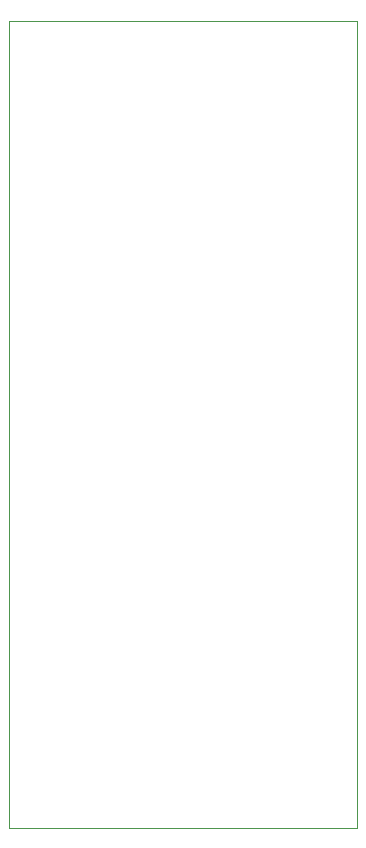
<source format=gbr>
G04 #@! TF.GenerationSoftware,KiCad,Pcbnew,(5.1.4-0-10_14)*
G04 #@! TF.CreationDate,2019-10-08T20:56:09-07:00*
G04 #@! TF.ProjectId,VCA_Main,5643415f-4d61-4696-9e2e-6b696361645f,rev?*
G04 #@! TF.SameCoordinates,Original*
G04 #@! TF.FileFunction,Profile,NP*
%FSLAX46Y46*%
G04 Gerber Fmt 4.6, Leading zero omitted, Abs format (unit mm)*
G04 Created by KiCad (PCBNEW (5.1.4-0-10_14)) date 2019-10-08 20:56:09*
%MOMM*%
%LPD*%
G04 APERTURE LIST*
%ADD10C,0.050000*%
G04 APERTURE END LIST*
D10*
X64008000Y-138684000D02*
X64008000Y-70358000D01*
X93472000Y-138684000D02*
X64008000Y-138684000D01*
X93472000Y-70358000D02*
X93472000Y-138684000D01*
X64008000Y-70358000D02*
X93472000Y-70358000D01*
M02*

</source>
